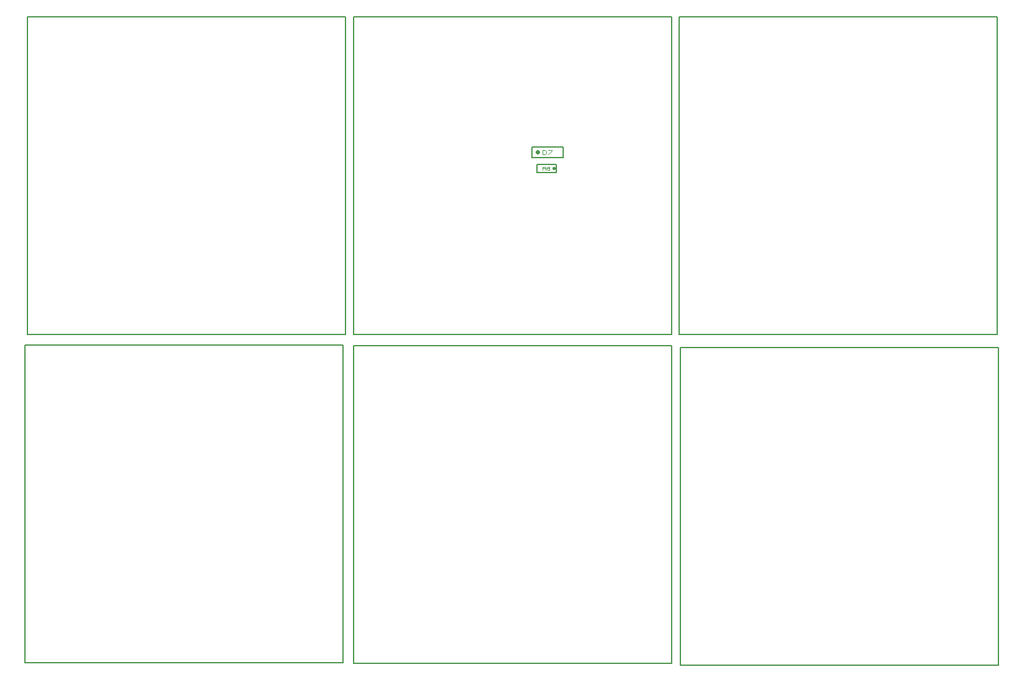
<source format=gbr>
G04 PROTEUS GERBER X2 FILE*
%TF.GenerationSoftware,Labcenter,Proteus,8.9-SP0-Build27865*%
%TF.CreationDate,2020-02-24T18:21:19+00:00*%
%TF.FileFunction,AssemblyDrawing,Top*%
%TF.FilePolarity,Positive*%
%TF.Part,Single*%
%TF.SameCoordinates,{bab694e6-e1a7-4f03-bc32-dd160c38e7b3}*%
%FSLAX45Y45*%
%MOMM*%
G01*
%TA.AperFunction,Profile*%
%ADD18C,0.203200*%
%TA.AperFunction,Material*%
%ADD20C,0.203200*%
%ADD39C,0.600000*%
%ADD40C,0.090000*%
%ADD41C,0.460000*%
%ADD42C,0.069000*%
%TD.AperFunction*%
D18*
X-240000Y+660000D02*
X+4078000Y+660000D01*
X+4078000Y+4978000D01*
X-240000Y+4978000D01*
X-240000Y+660000D01*
X+4180000Y+660000D02*
X+8498000Y+660000D01*
X+8498000Y+4978000D01*
X+4180000Y+4978000D01*
X+4180000Y+660000D01*
X+4200000Y-3830000D02*
X+8518000Y-3830000D01*
X+8518000Y+488000D01*
X+4200000Y+488000D01*
X+4200000Y-3830000D01*
X-4670000Y+660000D02*
X-352000Y+660000D01*
X-352000Y+4978000D01*
X-4670000Y+4978000D01*
X-4670000Y+660000D01*
X-4700000Y-3800000D02*
X-382000Y-3800000D01*
X-382000Y+518000D01*
X-4700000Y+518000D01*
X-4700000Y-3800000D01*
X-240000Y-3810000D02*
X+4078000Y-3810000D01*
X+4078000Y+508000D01*
X-240000Y+508000D01*
X-240000Y-3810000D01*
D20*
X+2184967Y+3065000D02*
X+2604967Y+3065000D01*
X+2604967Y+3215000D01*
X+2184967Y+3215000D01*
X+2184967Y+3065000D01*
D39*
X+2254967Y+3140000D02*
X+2254967Y+3140000D01*
D40*
X+2322967Y+3113000D02*
X+2322967Y+3167000D01*
X+2358967Y+3167000D01*
X+2376967Y+3149000D01*
X+2376967Y+3131000D01*
X+2358967Y+3113000D01*
X+2322967Y+3113000D01*
X+2403967Y+3167000D02*
X+2448967Y+3167000D01*
X+2448967Y+3158000D01*
X+2403967Y+3113000D01*
D20*
X+2249967Y+2862500D02*
X+2509967Y+2862500D01*
X+2509967Y+2977500D01*
X+2249967Y+2977500D01*
X+2249967Y+2862500D01*
D41*
X+2474967Y+2920000D02*
X+2474967Y+2920000D01*
D42*
X+2324767Y+2899300D02*
X+2324767Y+2940700D01*
X+2359267Y+2940700D01*
X+2366167Y+2933800D01*
X+2366167Y+2926900D01*
X+2359267Y+2920000D01*
X+2324767Y+2920000D01*
X+2359267Y+2920000D02*
X+2366167Y+2913100D01*
X+2366167Y+2899300D01*
X+2393767Y+2920000D02*
X+2386867Y+2926900D01*
X+2386867Y+2933800D01*
X+2393767Y+2940700D01*
X+2414467Y+2940700D01*
X+2421367Y+2933800D01*
X+2421367Y+2926900D01*
X+2414467Y+2920000D01*
X+2393767Y+2920000D01*
X+2386867Y+2913100D01*
X+2386867Y+2906200D01*
X+2393767Y+2899300D01*
X+2414467Y+2899300D01*
X+2421367Y+2906200D01*
X+2421367Y+2913100D01*
X+2414467Y+2920000D01*
M02*

</source>
